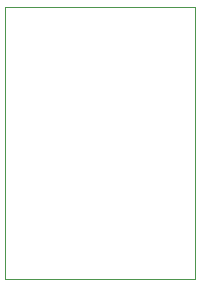
<source format=gm1>
%TF.GenerationSoftware,KiCad,Pcbnew,4.0.7*%
%TF.CreationDate,2017-12-10T14:33:21+08:00*%
%TF.ProjectId,rj12,726A31322E6B696361645F7063620000,rev?*%
%TF.FileFunction,Profile,NP*%
%FSLAX46Y46*%
G04 Gerber Fmt 4.6, Leading zero omitted, Abs format (unit mm)*
G04 Created by KiCad (PCBNEW 4.0.7) date 12/10/17 14:33:21*
%MOMM*%
%LPD*%
G01*
G04 APERTURE LIST*
%ADD10C,0.100000*%
G04 APERTURE END LIST*
D10*
X0Y0D02*
X0Y-23000000D01*
X16040000Y0D02*
X0Y0D01*
X16040000Y-23000000D02*
X16040000Y0D01*
X0Y-23000000D02*
X16040000Y-23000000D01*
M02*

</source>
